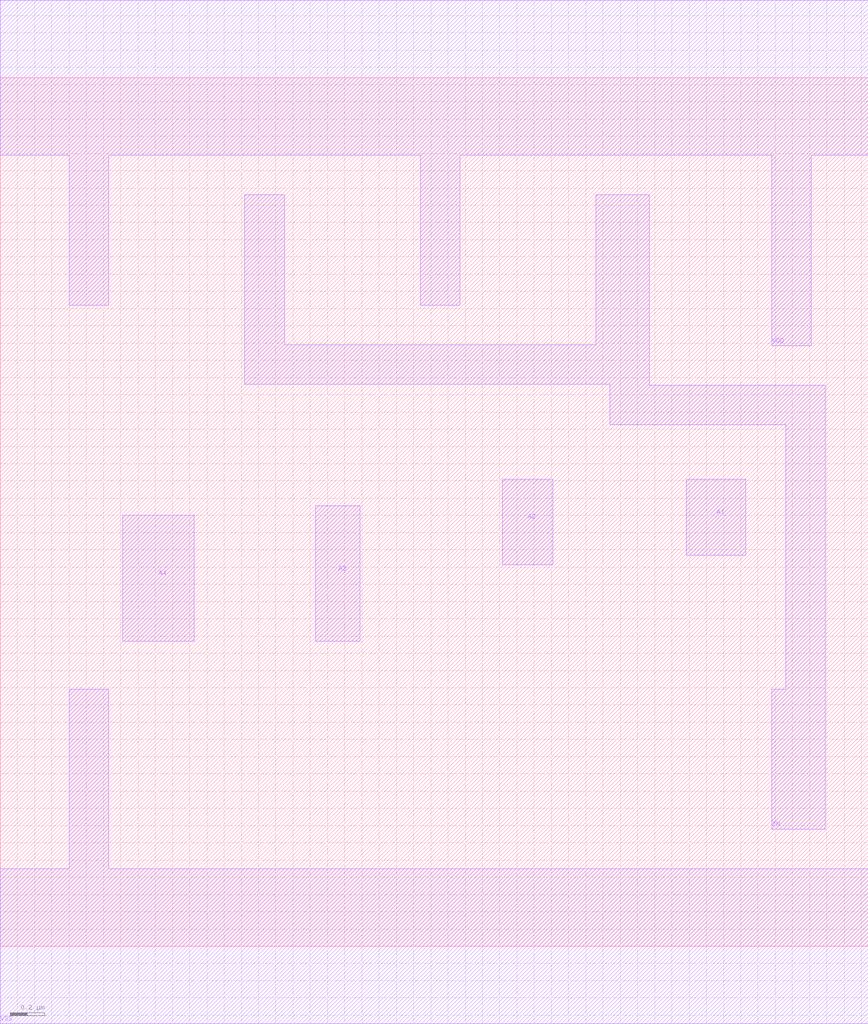
<source format=lef>
# Copyright 2022 GlobalFoundries PDK Authors
#
# Licensed under the Apache License, Version 2.0 (the "License");
# you may not use this file except in compliance with the License.
# You may obtain a copy of the License at
#
#      http://www.apache.org/licenses/LICENSE-2.0
#
# Unless required by applicable law or agreed to in writing, software
# distributed under the License is distributed on an "AS IS" BASIS,
# WITHOUT WARRANTIES OR CONDITIONS OF ANY KIND, either express or implied.
# See the License for the specific language governing permissions and
# limitations under the License.

MACRO gf180mcu_fd_sc_mcu9t5v0__nand4_1
  CLASS core ;
  FOREIGN gf180mcu_fd_sc_mcu9t5v0__nand4_1 0.0 0.0 ;
  ORIGIN 0 0 ;
  SYMMETRY X Y ;
  SITE GF018hv5v_green_sc9 ;
  SIZE 5.04 BY 5.04 ;
  PIN A1
    DIRECTION INPUT ;
    ANTENNAGATEAREA 1.432 ;
    PORT
      LAYER Metal1 ;
        POLYGON 3.985 2.27 4.33 2.27 4.33 2.71 3.985 2.71  ;
    END
  END A1
  PIN A2
    DIRECTION INPUT ;
    ANTENNAGATEAREA 1.432 ;
    PORT
      LAYER Metal1 ;
        POLYGON 2.915 2.215 3.21 2.215 3.21 2.71 2.915 2.71  ;
    END
  END A2
  PIN A3
    DIRECTION INPUT ;
    ANTENNAGATEAREA 1.432 ;
    PORT
      LAYER Metal1 ;
        POLYGON 1.83 1.77 2.09 1.77 2.09 2.555 1.83 2.555  ;
    END
  END A3
  PIN A4
    DIRECTION INPUT ;
    ANTENNAGATEAREA 1.432 ;
    PORT
      LAYER Metal1 ;
        POLYGON 0.71 1.77 1.125 1.77 1.125 2.5 0.71 2.5  ;
    END
  END A4
  PIN ZN
    DIRECTION OUTPUT ;
    ANTENNADIFFAREA 1.912 ;
    PORT
      LAYER Metal1 ;
        POLYGON 1.42 3.26 3.54 3.26 3.54 3.025 4.56 3.025 4.56 1.49 4.48 1.49 4.48 0.68 4.79 0.68 4.79 3.255 3.77 3.255 3.77 4.36 3.46 4.36 3.46 3.49 1.65 3.49 1.65 4.36 1.42 4.36  ;
    END
  END ZN
  PIN VDD
    DIRECTION INOUT ;
    USE power ;
    SHAPE ABUTMENT ;
    PORT
      LAYER Metal1 ;
        POLYGON 0 4.59 0.4 4.59 0.4 3.72 0.63 3.72 0.63 4.59 2.44 4.59 2.44 3.72 2.67 3.72 2.67 4.59 4.48 4.59 4.48 3.485 4.71 3.485 4.71 4.59 5.04 4.59 5.04 5.49 0 5.49  ;
    END
  END VDD
  PIN VSS
    DIRECTION INOUT ;
    USE ground ;
    SHAPE ABUTMENT ;
    PORT
      LAYER Metal1 ;
        POLYGON 0 -0.45 5.04 -0.45 5.04 0.45 0.63 0.45 0.63 1.49 0.4 1.49 0.4 0.45 0 0.45  ;
    END
  END VSS
END gf180mcu_fd_sc_mcu9t5v0__nand4_1

</source>
